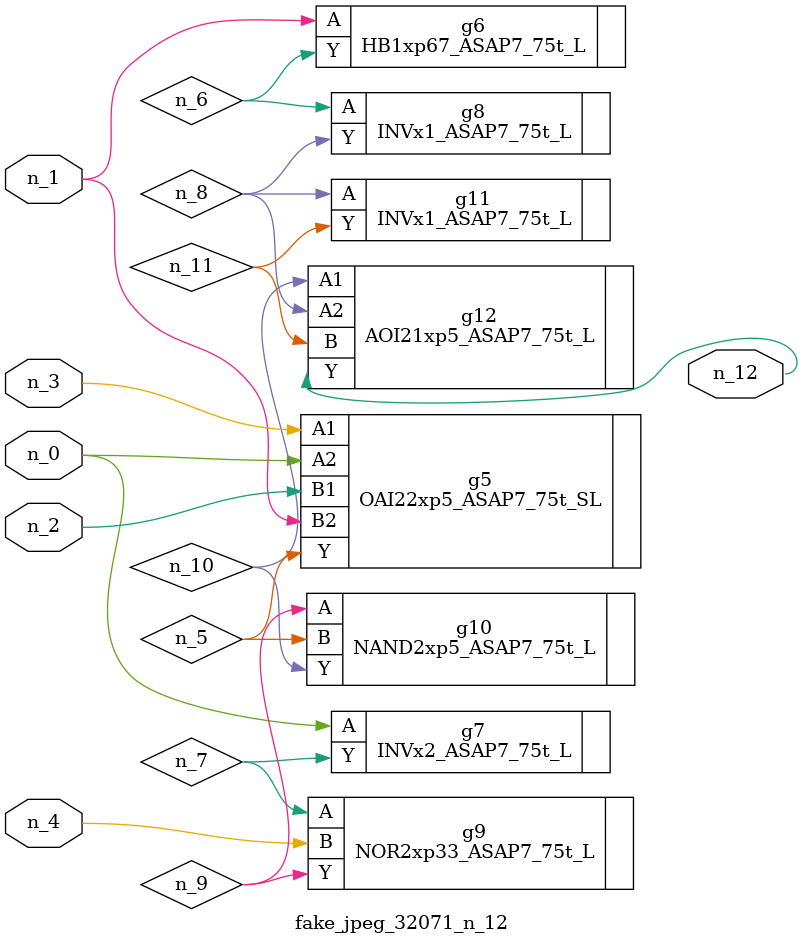
<source format=v>
module fake_jpeg_32071_n_12 (n_3, n_2, n_1, n_0, n_4, n_12);

input n_3;
input n_2;
input n_1;
input n_0;
input n_4;

output n_12;

wire n_11;
wire n_10;
wire n_8;
wire n_9;
wire n_6;
wire n_5;
wire n_7;

OAI22xp5_ASAP7_75t_SL g5 ( 
.A1(n_3),
.A2(n_0),
.B1(n_2),
.B2(n_1),
.Y(n_5)
);

HB1xp67_ASAP7_75t_L g6 ( 
.A(n_1),
.Y(n_6)
);

INVx2_ASAP7_75t_L g7 ( 
.A(n_0),
.Y(n_7)
);

INVx1_ASAP7_75t_L g8 ( 
.A(n_6),
.Y(n_8)
);

INVx1_ASAP7_75t_L g11 ( 
.A(n_8),
.Y(n_11)
);

NOR2xp33_ASAP7_75t_L g9 ( 
.A(n_7),
.B(n_4),
.Y(n_9)
);

NAND2xp5_ASAP7_75t_L g10 ( 
.A(n_9),
.B(n_5),
.Y(n_10)
);

AOI21xp5_ASAP7_75t_L g12 ( 
.A1(n_10),
.A2(n_8),
.B(n_11),
.Y(n_12)
);


endmodule
</source>
